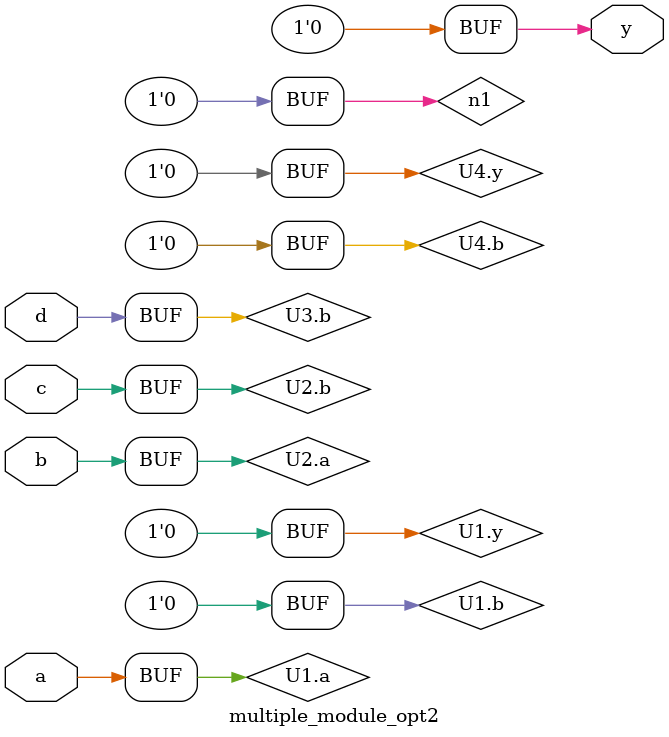
<source format=v>
/* Generated by Yosys 0.47+121 (git sha1 98b4affc4, g++ 13.2.0-23ubuntu4 -fPIC -O3) */

module multiple_module_opt2(a, b, c, d, y);
  wire \U1.a ;
  wire \U1.b ;
  wire \U1.y ;
  wire \U2.a ;
  wire \U2.b ;
  wire \U3.b ;
  wire \U4.b ;
  wire \U4.y ;
  input a;
  wire a;
  input b;
  wire b;
  input c;
  wire c;
  input d;
  wire d;
  wire n1;
  output y;
  wire y;
  assign \U1.a  = a;
  assign \U1.b  = 1'h0;
  assign \U1.y  = 1'h0;
  assign \U2.a  = b;
  assign \U2.b  = c;
  assign \U3.b  = d;
  assign \U4.b  = 1'h0;
  assign \U4.y  = 1'h0;
  assign n1 = 1'h0;
  assign y = 1'h0;
endmodule

</source>
